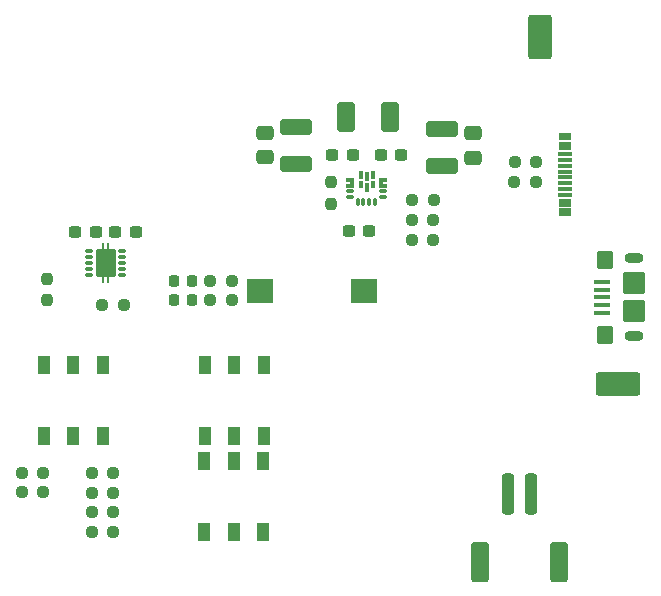
<source format=gtp>
G04 #@! TF.GenerationSoftware,KiCad,Pcbnew,9.0.0*
G04 #@! TF.CreationDate,2025-04-25T18:31:33-04:00*
G04 #@! TF.ProjectId,bq25171_breakout,62713235-3137-4315-9f62-7265616b6f75,rev?*
G04 #@! TF.SameCoordinates,Original*
G04 #@! TF.FileFunction,Paste,Top*
G04 #@! TF.FilePolarity,Positive*
%FSLAX46Y46*%
G04 Gerber Fmt 4.6, Leading zero omitted, Abs format (unit mm)*
G04 Created by KiCad (PCBNEW 9.0.0) date 2025-04-25 18:31:33*
%MOMM*%
%LPD*%
G01*
G04 APERTURE LIST*
G04 Aperture macros list*
%AMRoundRect*
0 Rectangle with rounded corners*
0 $1 Rounding radius*
0 $2 $3 $4 $5 $6 $7 $8 $9 X,Y pos of 4 corners*
0 Add a 4 corners polygon primitive as box body*
4,1,4,$2,$3,$4,$5,$6,$7,$8,$9,$2,$3,0*
0 Add four circle primitives for the rounded corners*
1,1,$1+$1,$2,$3*
1,1,$1+$1,$4,$5*
1,1,$1+$1,$6,$7*
1,1,$1+$1,$8,$9*
0 Add four rect primitives between the rounded corners*
20,1,$1+$1,$2,$3,$4,$5,0*
20,1,$1+$1,$4,$5,$6,$7,0*
20,1,$1+$1,$6,$7,$8,$9,0*
20,1,$1+$1,$8,$9,$2,$3,0*%
G04 Aperture macros list end*
%ADD10C,0.010000*%
%ADD11RoundRect,0.250000X-1.100000X0.412500X-1.100000X-0.412500X1.100000X-0.412500X1.100000X0.412500X0*%
%ADD12RoundRect,0.218750X-0.218750X-0.256250X0.218750X-0.256250X0.218750X0.256250X-0.218750X0.256250X0*%
%ADD13RoundRect,0.006250X0.118750X-0.293750X0.118750X0.293750X-0.118750X0.293750X-0.118750X-0.293750X0*%
%ADD14RoundRect,0.006250X0.293750X-0.118750X0.293750X0.118750X-0.293750X0.118750X-0.293750X-0.118750X0*%
%ADD15RoundRect,0.237500X-0.300000X-0.237500X0.300000X-0.237500X0.300000X0.237500X-0.300000X0.237500X0*%
%ADD16RoundRect,0.250001X-0.499999X-0.999999X0.499999X-0.999999X0.499999X0.999999X-0.499999X0.999999X0*%
%ADD17RoundRect,0.237500X-0.250000X-0.237500X0.250000X-0.237500X0.250000X0.237500X-0.250000X0.237500X0*%
%ADD18RoundRect,0.037500X-0.262500X-0.087500X0.262500X-0.087500X0.262500X0.087500X-0.262500X0.087500X0*%
%ADD19RoundRect,0.041250X-0.258750X-0.096250X0.258750X-0.096250X0.258750X0.096250X-0.258750X0.096250X0*%
%ADD20R,0.250000X0.500000*%
%ADD21RoundRect,0.082500X-0.742500X-1.117500X0.742500X-1.117500X0.742500X1.117500X-0.742500X1.117500X0*%
%ADD22R,2.200000X2.000000*%
%ADD23RoundRect,0.237500X0.237500X-0.250000X0.237500X0.250000X-0.237500X0.250000X-0.237500X-0.250000X0*%
%ADD24R,1.000000X1.500000*%
%ADD25RoundRect,0.250000X-0.750000X1.650000X-0.750000X-1.650000X0.750000X-1.650000X0.750000X1.650000X0*%
%ADD26RoundRect,0.237500X0.300000X0.237500X-0.300000X0.237500X-0.300000X-0.237500X0.300000X-0.237500X0*%
%ADD27RoundRect,0.237500X0.250000X0.237500X-0.250000X0.237500X-0.250000X-0.237500X0.250000X-0.237500X0*%
%ADD28RoundRect,0.250000X-0.475000X0.337500X-0.475000X-0.337500X0.475000X-0.337500X0.475000X0.337500X0*%
%ADD29R,1.095000X0.300000*%
%ADD30R,1.150000X0.300000*%
%ADD31RoundRect,0.100000X0.575000X-0.100000X0.575000X0.100000X-0.575000X0.100000X-0.575000X-0.100000X0*%
%ADD32O,1.600000X0.900000*%
%ADD33RoundRect,0.250000X0.450000X-0.550000X0.450000X0.550000X-0.450000X0.550000X-0.450000X-0.550000X0*%
%ADD34RoundRect,0.250000X0.700000X-0.700000X0.700000X0.700000X-0.700000X0.700000X-0.700000X-0.700000X0*%
%ADD35RoundRect,0.250000X-0.250000X-1.500000X0.250000X-1.500000X0.250000X1.500000X-0.250000X1.500000X0*%
%ADD36RoundRect,0.250001X-0.499999X-1.449999X0.499999X-1.449999X0.499999X1.449999X-0.499999X1.449999X0*%
%ADD37RoundRect,0.250000X-1.650000X-0.750000X1.650000X-0.750000X1.650000X0.750000X-1.650000X0.750000X0*%
G04 APERTURE END LIST*
D10*
X132695000Y-89812000D02*
X132445000Y-89812000D01*
X132445000Y-89237000D01*
X132695000Y-89237000D01*
X132695000Y-89812000D01*
G36*
X132695000Y-89812000D02*
G01*
X132445000Y-89812000D01*
X132445000Y-89237000D01*
X132695000Y-89237000D01*
X132695000Y-89812000D01*
G37*
X132695000Y-90587000D02*
X132445000Y-90587000D01*
X132445000Y-90012000D01*
X132695000Y-90012000D01*
X132695000Y-90587000D01*
G36*
X132695000Y-90587000D02*
G01*
X132445000Y-90587000D01*
X132445000Y-90012000D01*
X132695000Y-90012000D01*
X132695000Y-90587000D01*
G37*
X133195000Y-89987500D02*
X132945000Y-89987500D01*
X132945000Y-89267500D01*
X133195000Y-89267500D01*
X133195000Y-89987500D01*
G36*
X133195000Y-89987500D02*
G01*
X132945000Y-89987500D01*
X132945000Y-89267500D01*
X133195000Y-89267500D01*
X133195000Y-89987500D01*
G37*
X133195000Y-90907500D02*
X132945000Y-90907500D01*
X132945000Y-90187500D01*
X133195000Y-90187500D01*
X133195000Y-90907500D01*
G36*
X133195000Y-90907500D02*
G01*
X132945000Y-90907500D01*
X132945000Y-90187500D01*
X133195000Y-90187500D01*
X133195000Y-90907500D01*
G37*
X133695000Y-89812000D02*
X133445000Y-89812000D01*
X133445000Y-89237000D01*
X133695000Y-89237000D01*
X133695000Y-89812000D01*
G36*
X133695000Y-89812000D02*
G01*
X133445000Y-89812000D01*
X133445000Y-89237000D01*
X133695000Y-89237000D01*
X133695000Y-89812000D01*
G37*
X133695000Y-90587000D02*
X133445000Y-90587000D01*
X133445000Y-90012000D01*
X133695000Y-90012000D01*
X133695000Y-90587000D01*
G36*
X133695000Y-90587000D02*
G01*
X133445000Y-90587000D01*
X133445000Y-90012000D01*
X133695000Y-90012000D01*
X133695000Y-90587000D01*
G37*
X131970000Y-90537500D02*
X131370000Y-90537500D01*
X131370000Y-90287500D01*
X131720000Y-90287500D01*
X131720000Y-90037500D01*
X131370000Y-90037500D01*
X131370000Y-89787500D01*
X131970000Y-89787500D01*
X131970000Y-90537500D01*
G36*
X131970000Y-90537500D02*
G01*
X131370000Y-90537500D01*
X131370000Y-90287500D01*
X131720000Y-90287500D01*
X131720000Y-90037500D01*
X131370000Y-90037500D01*
X131370000Y-89787500D01*
X131970000Y-89787500D01*
X131970000Y-90537500D01*
G37*
X134770000Y-90037500D02*
X134420000Y-90037500D01*
X134420000Y-90287500D01*
X134770000Y-90287500D01*
X134770000Y-90537500D01*
X134170000Y-90537500D01*
X134170000Y-89787500D01*
X134770000Y-89787500D01*
X134770000Y-90037500D01*
G36*
X134770000Y-90037500D02*
G01*
X134420000Y-90037500D01*
X134420000Y-90287500D01*
X134770000Y-90287500D01*
X134770000Y-90537500D01*
X134170000Y-90537500D01*
X134170000Y-89787500D01*
X134770000Y-89787500D01*
X134770000Y-90037500D01*
G37*
D11*
X127130000Y-85487500D03*
X127130000Y-88612500D03*
D12*
X116755000Y-100100000D03*
X118330000Y-100100000D03*
D13*
X132320000Y-91837500D03*
X132820000Y-91837500D03*
X133320000Y-91837500D03*
X133820000Y-91837500D03*
D14*
X134470000Y-91412500D03*
X134470000Y-90912500D03*
X131670000Y-90912500D03*
X131670000Y-91412500D03*
D15*
X131567500Y-94250000D03*
X133292500Y-94250000D03*
D16*
X131380000Y-84600000D03*
X135080000Y-84600000D03*
D17*
X109817500Y-118100000D03*
X111642500Y-118100000D03*
D18*
X109580000Y-96000000D03*
X109580000Y-96500000D03*
X109580000Y-97000000D03*
X109580000Y-97500000D03*
X109580000Y-98000000D03*
X112380000Y-98000000D03*
D19*
X112380000Y-97512500D03*
D18*
X112380000Y-97000000D03*
X112380000Y-96500000D03*
X112380000Y-96000000D03*
D20*
X110730000Y-95550000D03*
X110730000Y-98450000D03*
D21*
X110980000Y-97000000D03*
D20*
X111230000Y-95550000D03*
X111230000Y-98450000D03*
D22*
X124030000Y-99400000D03*
X132830000Y-99400000D03*
D23*
X106030000Y-100150000D03*
X106030000Y-98325000D03*
D17*
X119867500Y-98550000D03*
X121692500Y-98550000D03*
X110717500Y-100550000D03*
X112542500Y-100550000D03*
D24*
X124380000Y-105650000D03*
X121880000Y-105650000D03*
X119380000Y-105650000D03*
X119380000Y-111650000D03*
X121880000Y-111650000D03*
X124380000Y-111650000D03*
D17*
X119867500Y-100100000D03*
X121692500Y-100100000D03*
D24*
X119330000Y-119800000D03*
X121830000Y-119800000D03*
X124330000Y-119800000D03*
X124330000Y-113800000D03*
X121830000Y-113800000D03*
X119330000Y-113800000D03*
D11*
X139430000Y-85637500D03*
X139430000Y-88762500D03*
D25*
X147730000Y-77850000D03*
D26*
X110142500Y-94350000D03*
X108417500Y-94350000D03*
D17*
X103867500Y-116400000D03*
X105692500Y-116400000D03*
D15*
X111817500Y-94350000D03*
X113542500Y-94350000D03*
D27*
X138742500Y-93350000D03*
X136917500Y-93350000D03*
D17*
X103880000Y-114750000D03*
X105705000Y-114750000D03*
D12*
X116755000Y-98550000D03*
X118330000Y-98550000D03*
D27*
X147442500Y-88450000D03*
X145617500Y-88450000D03*
D28*
X124480000Y-85962500D03*
X124480000Y-88037500D03*
D29*
X149882500Y-92850000D03*
X149882500Y-92050000D03*
D30*
X149910000Y-90750000D03*
X149910000Y-89750000D03*
X149910000Y-89250000D03*
X149910000Y-88250000D03*
D29*
X149882500Y-86950000D03*
X149882500Y-86150000D03*
X149882500Y-86450000D03*
X149882500Y-87250000D03*
D30*
X149910000Y-87750000D03*
X149910000Y-88750000D03*
X149910000Y-90250000D03*
X149910000Y-91250000D03*
D29*
X149882500Y-91750000D03*
X149882500Y-92550000D03*
D17*
X136917500Y-95050000D03*
X138742500Y-95050000D03*
D23*
X130030000Y-91962500D03*
X130030000Y-90137500D03*
D28*
X142130000Y-86012500D03*
X142130000Y-88087500D03*
D15*
X130167500Y-87850000D03*
X131892500Y-87850000D03*
D17*
X109817500Y-119750000D03*
X111642500Y-119750000D03*
D31*
X153055000Y-101200000D03*
X153055000Y-100550000D03*
X153055000Y-99900000D03*
X153055000Y-99250000D03*
X153055000Y-98600000D03*
D32*
X155730000Y-103200000D03*
D33*
X153280000Y-103100000D03*
D34*
X155730000Y-101100000D03*
X155730000Y-98700000D03*
D33*
X153280000Y-96700000D03*
D32*
X155730000Y-96600000D03*
D17*
X109817500Y-114800000D03*
X111642500Y-114800000D03*
D24*
X105730000Y-111650000D03*
X108230000Y-111650000D03*
X110730000Y-111650000D03*
X110730000Y-105650000D03*
X108230000Y-105650000D03*
X105730000Y-105650000D03*
D27*
X147430000Y-90150000D03*
X145605000Y-90150000D03*
D15*
X134267500Y-87850000D03*
X135992500Y-87850000D03*
D35*
X145030000Y-116537500D03*
X147030000Y-116537500D03*
D36*
X142680000Y-122287500D03*
X149380000Y-122287500D03*
D37*
X154330000Y-107250000D03*
D17*
X109817500Y-116450000D03*
X111642500Y-116450000D03*
D27*
X138792500Y-91650000D03*
X136967500Y-91650000D03*
M02*

</source>
